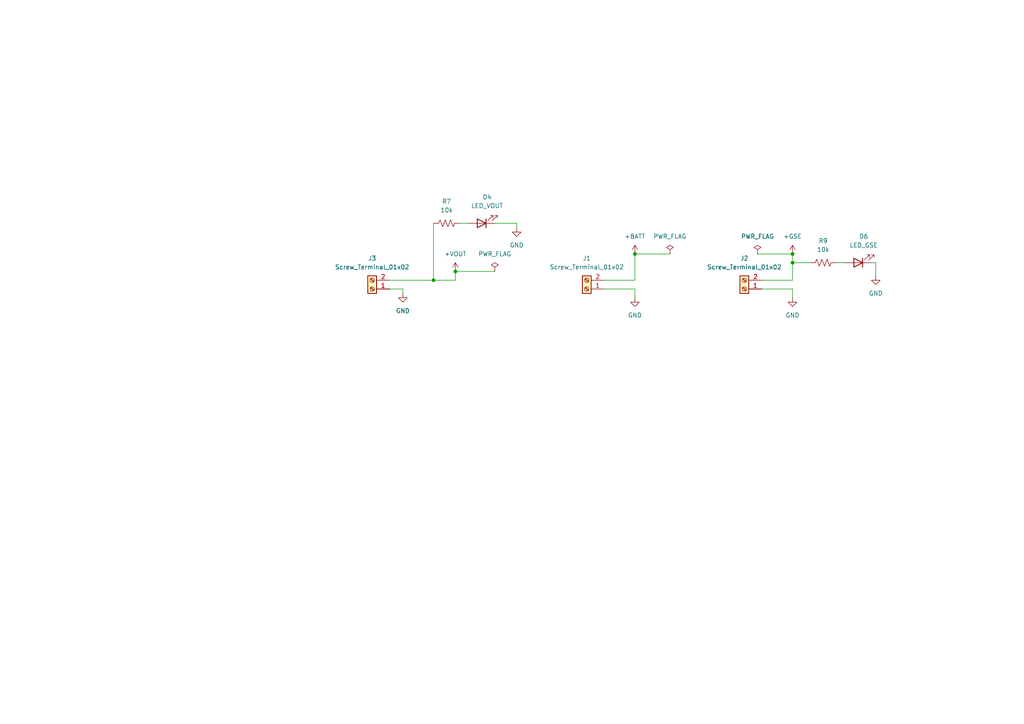
<source format=kicad_sch>
(kicad_sch (version 20250114) (generator "eeschema") (generator_version "9.0")
  (paper "A4")
  (lib_symbols
    (symbol "Connector:Screw_Terminal_01x02" (pin_names (offset 1.016) (hide yes))
      (property "Reference" "J" (at 0 2.54 0))
      (property "Value" "Screw_Terminal_01x02" (at 0 -5.08 0))
      (symbol "Screw_Terminal_01x02_1_1"
        (rectangle (start -1.27 1.27) (end 1.27 -3.81) (stroke (width 0.254)) (fill (type background)))
        (polyline (pts (xy -0.5334 0.3302) (xy 0.3302 -0.508)) (stroke (width 0.1524)))
        (polyline (pts (xy -0.5334 -2.2098) (xy 0.3302 -3.048)) (stroke (width 0.1524)))
        (polyline (pts (xy -0.3556 0.508) (xy 0.508 -0.3302)) (stroke (width 0.1524)))
        (polyline (pts (xy -0.3556 -2.032) (xy 0.508 -2.8702)) (stroke (width 0.1524)))
        (circle (center 0 0) (radius 0.635) (stroke (width 0.1524)))
        (circle (center 0 -2.54) (radius 0.635) (stroke (width 0.1524)))
        (pin passive line (at -5.08 0 0) (length 3.81) (name "Pin_1") (number "1"))
        (pin passive line (at -5.08 -2.54 0) (length 3.81) (name "Pin_2") (number "2"))
      )
    )
    (symbol "Device:LED" (pin_numbers (hide yes)) (pin_names (offset 1.016) (hide yes))
      (property "Reference" "D" (at 0 2.54 0))
      (property "Value" "LED" (at 0 -2.54 0))
      (symbol "LED_0_1"
        (polyline (pts (xy -3.048 -0.762) (xy -4.572 -2.286) (xy -3.81 -2.286) (xy -4.572 -2.286) (xy -4.572 -1.524)))
        (polyline (pts (xy -1.778 -0.762) (xy -3.302 -2.286) (xy -2.54 -2.286) (xy -3.302 -2.286) (xy -3.302 -1.524)))
        (polyline (pts (xy -1.27 0) (xy 1.27 0)))
        (polyline (pts (xy -1.27 -1.27) (xy -1.27 1.27)) (stroke (width 0.254)))
        (polyline (pts (xy 1.27 -1.27) (xy 1.27 1.27) (xy -1.27 0) (xy 1.27 -1.27)) (stroke (width 0.254)))
      )
      (symbol "LED_1_1"
        (pin passive line (at -3.81 0 0) (length 2.54) (name "K") (number "1"))
        (pin passive line (at 3.81 0 180) (length 2.54) (name "A") (number "2"))
      )
    )
    (symbol "Device:R_US" (pin_numbers (hide yes)) (pin_names (offset 0))
      (property "Reference" "R" (at 2.54 0 90))
      (property "Value" "R_US" (at -2.54 0 90))
      (symbol "R_US_0_1"
        (polyline (pts (xy 0 2.286) (xy 0 2.54)))
        (polyline (pts (xy 0 2.286) (xy 1.016 1.905) (xy 0 1.524) (xy -1.016 1.143) (xy 0 0.762)))
        (polyline (pts (xy 0 0.762) (xy 1.016 0.381) (xy 0 0) (xy -1.016 -0.381) (xy 0 -0.762)))
        (polyline (pts (xy 0 -0.762) (xy 1.016 -1.143) (xy 0 -1.524) (xy -1.016 -1.905) (xy 0 -2.286)))
        (polyline (pts (xy 0 -2.286) (xy 0 -2.54)))
      )
      (symbol "R_US_1_1"
        (pin passive line (at 0 3.81 270) (length 1.27) (name "~") (number "1"))
        (pin passive line (at 0 -3.81 90) (length 1.27) (name "~") (number "2"))
      )
    )
    (symbol "power:+5V" (power) (pin_numbers (hide yes)) (pin_names (offset 0) (hide yes))
      (property "Value" "+5V" (at 0 3.556 0))
      (symbol "+5V_0_1"
        (polyline (pts (xy -0.762 1.27) (xy 0 2.54)))
        (polyline (pts (xy 0 2.54) (xy 0.762 1.27)))
        (polyline (pts (xy 0 0) (xy 0 2.54)))
      )
      (symbol "+5V_1_1"
        (pin power_in line (at 0 0 90) (length 0) (name "~") (number "1"))
      )
    )
    (symbol "power:+BATT" (power) (pin_numbers (hide yes)) (pin_names (offset 0) (hide yes))
      (property "Value" "+BATT" (at 0 3.556 0))
      (symbol "+BATT_0_1"
        (polyline (pts (xy -0.762 1.27) (xy 0 2.54)))
        (polyline (pts (xy 0 2.54) (xy 0.762 1.27)))
        (polyline (pts (xy 0 0) (xy 0 2.54)))
      )
      (symbol "+BATT_1_1"
        (pin power_in line (at 0 0 90) (length 0) (name "~") (number "1"))
      )
    )
    (symbol "power:GND" (power) (pin_numbers (hide yes)) (pin_names (offset 0) (hide yes))
      (property "Value" "GND" (at 0 -3.81 0))
      (symbol "GND_0_1"
        (polyline (pts (xy 0 0) (xy 0 -1.27) (xy 1.27 -1.27) (xy 0 -2.54) (xy -1.27 -1.27) (xy 0 -1.27)))
      )
      (symbol "GND_1_1"
        (pin power_in line (at 0 0 270) (length 0) (name "~") (number "1"))
      )
    )
    (symbol "power:PWR_FLAG" (power) (pin_numbers (hide yes)) (pin_names (offset 0) (hide yes))
      (property "Value" "PWR_FLAG" (at 0 3.81 0))
      (symbol "PWR_FLAG_0_0"
        (pin power_out line (at 0 0 90) (length 0) (name "~") (number "1"))
      )
      (symbol "PWR_FLAG_0_1"
        (polyline (pts (xy 0 0) (xy 0 1.27) (xy -1.016 1.905) (xy 0 2.54) (xy 1.016 1.905) (xy 0 1.27)))
      )
    )
  )
  (junction (at 229.87 73.66))
  (junction (at 132.08 78.74))
  (junction (at 125.73 81.28))
  (junction (at 229.87 76.2))
  (junction (at 184.15 73.66))
  (wire (pts (xy 113.03 81.28) (xy 125.73 81.28)))
  (wire (pts (xy 229.87 73.66) (xy 229.87 76.2)))
  (wire (pts (xy 229.87 81.28) (xy 220.98 81.28)))
  (wire (pts (xy 132.08 78.74) (xy 143.51 78.74)))
  (wire (pts (xy 184.15 81.28) (xy 175.26 81.28)))
  (wire (pts (xy 125.73 81.28) (xy 132.08 81.28)))
  (wire (pts (xy 254 76.2) (xy 254 80.01)))
  (wire (pts (xy 133.35 64.77) (xy 135.89 64.77)))
  (wire (pts (xy 229.87 76.2) (xy 234.95 76.2)))
  (wire (pts (xy 219.71 73.66) (xy 229.87 73.66)))
  (wire (pts (xy 132.08 78.74) (xy 132.08 81.28)))
  (wire (pts (xy 113.03 83.82) (xy 116.84 83.82)))
  (wire (pts (xy 116.84 83.82) (xy 116.84 85.09)))
  (wire (pts (xy 252.73 76.2) (xy 254 76.2)))
  (wire (pts (xy 242.57 76.2) (xy 245.11 76.2)))
  (wire (pts (xy 184.15 73.66) (xy 194.31 73.66)))
  (wire (pts (xy 143.51 64.77) (xy 149.86 64.77)))
  (wire (pts (xy 229.87 76.2) (xy 229.87 81.28)))
  (wire (pts (xy 125.73 64.77) (xy 125.73 81.28)))
  (wire (pts (xy 229.87 83.82) (xy 229.87 86.36)))
  (wire (pts (xy 149.86 64.77) (xy 149.86 66.04)))
  (wire (pts (xy 220.98 83.82) (xy 229.87 83.82)))
  (wire (pts (xy 175.26 83.82) (xy 184.15 83.82)))
  (wire (pts (xy 184.15 83.82) (xy 184.15 86.36)))
  (wire (pts (xy 184.15 73.66) (xy 184.15 81.28)))
  (symbol (lib_id "power:PWR_FLAG") (at 194.31 73.66 0) (unit 1)
    (property "Reference" "#FLG01" (effects (hide yes)))
    (property "Value" "PWR_FLAG" (at 194.31 68.58 0))
    (property "Description" "Special symbol for telling ERC where power comes from" (effects (hide yes)))
  )
  (symbol (lib_id "power:GND") (at 116.84 85.09 0) (unit 1)
    (property "Reference" "#PWR011" (effects (hide yes)))
    (property "Value" "GND" (at 116.84 90.17 0))
    (property "Description" "Power symbol creates a global label with name \"GND\" , ground" (effects (hide yes)))
  )
  (symbol (lib_id "power:+BATT") (at 184.15 73.66 0) (unit 1)
    (property "Reference" "#PWR024" (effects (hide yes)))
    (property "Value" "+BATT" (at 184.15 68.58 0))
    (property "Description" "Power symbol creates a global label with name \"+BATT\"" (effects (hide yes)))
  )
  (symbol (lib_id "Device:R_US") (at 129.54 64.77 90) (unit 1)
    (property "Reference" "R7" (at 129.54 58.42 90))
    (property "Value" "10k" (at 129.54 60.96 90))
    (property "Footprint" "Resistor_SMD:R_0603_1608Metric" (effects (hide yes)))
    (property "Description" "Resistor, US symbol" (effects (hide yes)))
  )
  (symbol (lib_id "power:GND") (at 254 80.01 0) (unit 1)
    (property "Reference" "#PWR018" (effects (hide yes)))
    (property "Value" "GND" (at 254 85.09 0))
    (property "Description" "Power symbol creates a global label with name \"GND\" , ground" (effects (hide yes)))
  )
  (symbol (lib_id "power:+5V") (at 132.08 78.74 0) (unit 1)
    (property "Reference" "#PWR025" (effects (hide yes)))
    (property "Value" "+VOUT" (at 132.08 73.66 0))
    (property "Description" "Power symbol creates a global label with name \"+5V\"" (effects (hide yes)))
  )
  (symbol (lib_id "Device:LED") (at 139.7 64.77 180) (unit 1)
    (property "Reference" "D4" (at 141.2875 57.15 0))
    (property "Value" "LED_VOUT" (at 141.2875 59.69 0))
    (property "Footprint" "Diode_SMD:D_0603_1608Metric" (effects (hide yes)))
    (property "Description" "Light emitting diode" (effects (hide yes)))
    (property "Sim.Pins" "1=K 2=A" (effects (hide yes)))
  )
  (symbol (lib_id "Connector:Screw_Terminal_01x02") (at 170.18 83.82 180) (unit 1)
    (property "Reference" "J1" (at 170.18 74.93 0))
    (property "Value" "Screw_Terminal_01x02" (at 170.18 77.47 0))
    (property "Footprint" "TerminalBlock_Altech:Altech_AK100_1x02_P5.00mm" (effects (hide yes)))
    (property "Description" "Generic screw terminal, single row, 01x02, script generated (kicad-library-utils/schlib/autogen/connector/)" (effects (hide yes)))
  )
  (symbol (lib_id "power:GND") (at 149.86 66.04 0) (unit 1)
    (property "Reference" "#PWR012" (effects (hide yes)))
    (property "Value" "GND" (at 149.86 71.12 0))
    (property "Description" "Power symbol creates a global label with name \"GND\" , ground" (effects (hide yes)))
  )
  (symbol (lib_id "power:PWR_FLAG") (at 143.51 78.74 0) (unit 1)
    (property "Reference" "#FLG04" (effects (hide yes)))
    (property "Value" "PWR_FLAG" (at 143.51 73.66 0))
    (property "Description" "Special symbol for telling ERC where power comes from" (effects (hide yes)))
  )
  (symbol (lib_id "power:+5V") (at 229.87 73.66 0) (unit 1)
    (property "Reference" "#PWR026" (effects (hide yes)))
    (property "Value" "+GSE" (at 229.87 68.58 0))
    (property "Description" "Power symbol creates a global label with name \"+5V\"" (effects (hide yes)))
  )
  (symbol (lib_id "power:GND") (at 184.15 86.36 0) (unit 1)
    (property "Reference" "#PWR08" (effects (hide yes)))
    (property "Value" "GND" (at 184.15 91.44 0))
    (property "Description" "Power symbol creates a global label with name \"GND\" , ground" (effects (hide yes)))
  )
  (symbol (lib_id "Device:LED") (at 248.92 76.2 180) (unit 1)
    (property "Reference" "D6" (at 250.5075 68.58 0))
    (property "Value" "LED_GSE" (at 250.5075 71.12 0))
    (property "Footprint" "Diode_SMD:D_0603_1608Metric" (effects (hide yes)))
    (property "Description" "Light emitting diode" (effects (hide yes)))
    (property "Sim.Pins" "1=K 2=A" (effects (hide yes)))
  )
  (symbol (lib_id "Connector:Screw_Terminal_01x02") (at 215.9 83.82 180) (unit 1)
    (property "Reference" "J2" (at 215.9 74.93 0))
    (property "Value" "Screw_Terminal_01x02" (at 215.9 77.47 0))
    (property "Footprint" "TerminalBlock_Altech:Altech_AK100_1x02_P5.00mm" (effects (hide yes)))
    (property "Description" "Generic screw terminal, single row, 01x02, script generated (kicad-library-utils/schlib/autogen/connector/)" (effects (hide yes)))
  )
  (symbol (lib_id "power:GND") (at 229.87 86.36 0) (unit 1)
    (property "Reference" "#PWR010" (effects (hide yes)))
    (property "Value" "GND" (at 229.87 91.44 0))
    (property "Description" "Power symbol creates a global label with name \"GND\" , ground" (effects (hide yes)))
  )
  (symbol (lib_id "Connector:Screw_Terminal_01x02") (at 107.95 83.82 180) (unit 1)
    (property "Reference" "J3" (at 107.95 74.93 0))
    (property "Value" "Screw_Terminal_01x02" (at 107.95 77.47 0))
    (property "Footprint" "TerminalBlock_Altech:Altech_AK100_1x02_P5.00mm" (effects (hide yes)))
    (property "Description" "Generic screw terminal, single row, 01x02, script generated (kicad-library-utils/schlib/autogen/connector/)" (effects (hide yes)))
  )
  (symbol (lib_id "power:PWR_FLAG") (at 219.71 73.66 0) (unit 1)
    (property "Reference" "#FLG02" (effects (hide yes)))
    (property "Value" "PWR_FLAG" (at 219.71 68.58 0))
    (property "Description" "Special symbol for telling ERC where power comes from" (effects (hide yes)))
  )
  (symbol (lib_id "Device:R_US") (at 238.76 76.2 90) (unit 1)
    (property "Reference" "R9" (at 238.76 69.85 90))
    (property "Value" "10k" (at 238.76 72.39 90))
    (property "Footprint" "Resistor_SMD:R_0603_1608Metric" (effects (hide yes)))
    (property "Description" "Resistor, US symbol" (effects (hide yes)))
  )
)
</source>
